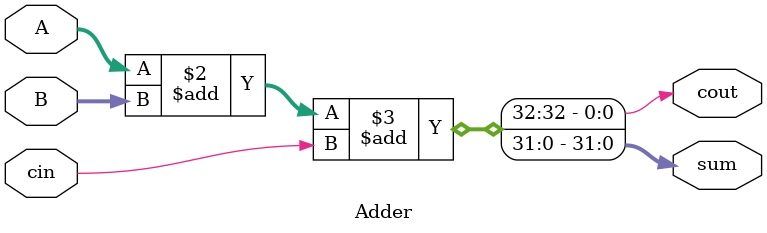
<source format=v>
`timescale 1ns / 1ps
module Adder(A, B, sum, cin, cout);
	input [31:0] A, B;
	input cin;
	output reg [31:0] sum;
	output reg cout;
	//reg c31;
	always@(*) begin 
		{cout, sum} = A + B + cin;
		//of = cout ^ c31;
	end
endmodule
</source>
